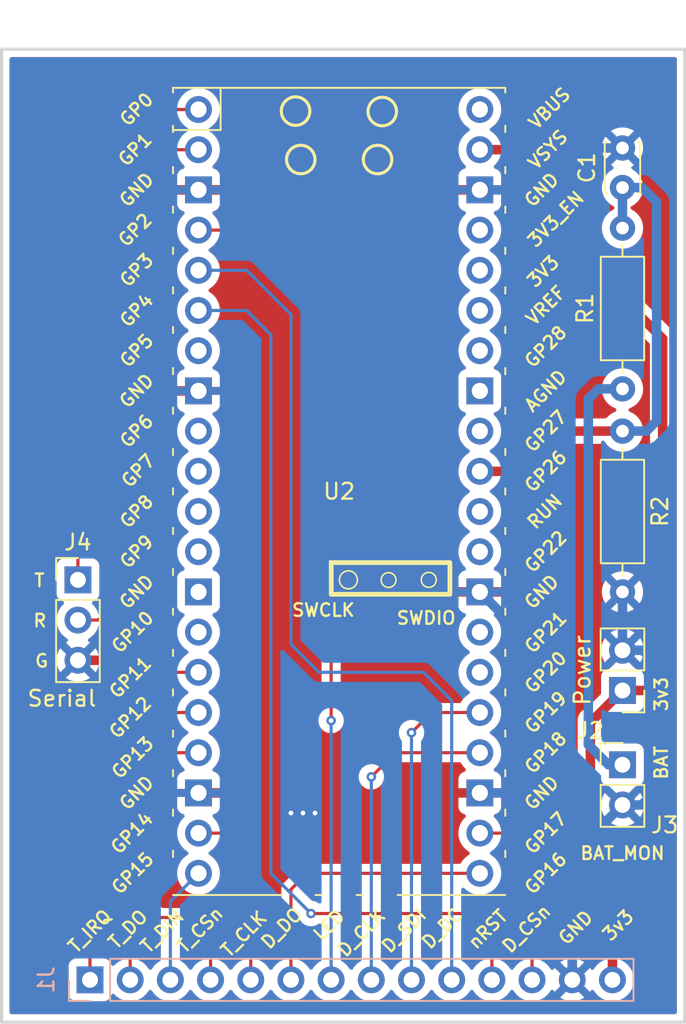
<source format=kicad_pcb>
(kicad_pcb (version 20241229) (generator "pcbnew") (generator_version "9.0")
  (layers (0 "F.Cu" signal) (2 "B.Cu" signal) (13 "F.Paste" user) (15 "B.Paste" user) (5 "F.SilkS" user "F.Silkscreen") (7 "B.SilkS" user "B.Silkscreen") (1 "F.Mask" user) (3 "B.Mask" user) (25 "Edge.Cuts" user))
  (net 0 "")
  (net 1 "/SDI")
  (net 2 "GND")
  (net 3 "/nCS")
  (net 4 "/T_DIN")
  (net 5 "/nRESET")
  (net 6 "/T_IRQ")
  (net 7 "/LED")
  (net 8 "/DC")
  (net 9 "/T_DO")
  (net 10 "/SDO")
  (net 11 "+3.3V")
  (net 12 "/T_CLK")
  (net 13 "/SCK")
  (net 14 "/T_CSn")
  (net 15 "/UART_RX")
  (net 19 "/UART_TX")
  (net 21 "/V_BAT")
  (net 36 "Net-(J3-Pin_1)")
  (footprint "Capacitor_THT:C_Disc_D3.0mm_W2.0mm_P2.50mm" (layer "F.Cu") (at 159.893 70.973 90)
    (property "Reference" "C1" (at 1.25 -2.25 90) (layer "F.SilkS"))
    (property "Value" "0.01 u")
    (fp_line (start 2.87 -1.12) (end 2.87 -0.972) (stroke (width 0.12)) (layer "F.SilkS"))
    (fp_line (start -0.37 -1.12) (end 2.87 -1.12) (stroke (width 0.12)) (layer "F.SilkS"))
    (fp_line (start -0.37 -1.12) (end -0.37 -0.972) (stroke (width 0.12)) (layer "F.SilkS"))
    (fp_line (start 2.87 0.972) (end 2.87 1.12) (stroke (width 0.12)) (layer "F.SilkS"))
    (fp_line (start -0.37 0.972) (end -0.37 1.12) (stroke (width 0.12)) (layer "F.SilkS"))
    (fp_line (start -0.37 1.12) (end 2.87 1.12) (stroke (width 0.12)) (layer "F.SilkS"))
    (pad "1" thru_hole circle (at 0 0 90) (size 1.6 1.6) (drill 0.8) (layers "*.Cu" "*.Mask") (net 21 "/V_BAT"))
    (pad "2" thru_hole circle (at 2.5 0 90) (size 1.6 1.6) (drill 0.8) (layers "*.Cu" "*.Mask") (net 2 "GND"))
  )
  (footprint "RPi_Pico:RPi_PicoW_SMD_TH_CONN" (layer "F.Cu") (at 141.986 90.17)
    (property "Reference" "U2" (at 0 0 0) (layer "F.SilkS"))
    (property "Value" "PicoW")
    (fp_line (start -10.5 -25.5) (end -10.5 -25.2) (stroke (width 0.12)) (layer "F.SilkS"))
    (fp_line (start -10.5 -25.5) (end 10.5 -25.5) (stroke (width 0.12)) (layer "F.SilkS"))
    (fp_line (start -10.5 -23.1) (end -10.5 -22.7) (stroke (width 0.12)) (layer "F.SilkS"))
    (fp_line (start -10.5 -22.833) (end -7.493 -22.833) (stroke (width 0.12)) (layer "F.SilkS"))
    (fp_line (start -10.5 -20.5) (end -10.5 -20.1) (stroke (width 0.12)) (layer "F.SilkS"))
    (fp_line (start -10.5 -18) (end -10.5 -17.6) (stroke (width 0.12)) (layer "F.SilkS"))
    (fp_line (start -10.5 -15.4) (end -10.5 -15) (stroke (width 0.12)) (layer "F.SilkS"))
    (fp_line (start -10.5 -12.9) (end -10.5 -12.5) (stroke (width 0.12)) (layer "F.SilkS"))
    (fp_line (start -10.5 -10.4) (end -10.5 -10) (stroke (width 0.12)) (layer "F.SilkS"))
    (fp_line (start -10.5 -7.8) (end -10.5 -7.4) (stroke (width 0.12)) (layer "F.SilkS"))
    (fp_line (start -10.5 -5.3) (end -10.5 -4.9) (stroke (width 0.12)) (layer "F.SilkS"))
    (fp_line (start -10.5 -2.7) (end -10.5 -2.3) (stroke (width 0.12)) (layer "F.SilkS"))
    (fp_line (start -10.5 -0.2) (end -10.5 0.2) (stroke (width 0.12)) (layer "F.SilkS"))
    (fp_line (start -10.5 2.3) (end -10.5 2.7) (stroke (width 0.12)) (layer "F.SilkS"))
    (fp_line (start -10.5 4.9) (end -10.5 5.3) (stroke (width 0.12)) (layer "F.SilkS"))
    (fp_line (start -10.5 7.4) (end -10.5 7.8) (stroke (width 0.12)) (layer "F.SilkS"))
    (fp_line (start -10.5 10) (end -10.5 10.4) (stroke (width 0.12)) (layer "F.SilkS"))
    (fp_line (start -10.5 12.5) (end -10.5 12.9) (stroke (width 0.12)) (layer "F.SilkS"))
    (fp_line (start -10.5 15.1) (end -10.5 15.5) (stroke (width 0.12)) (layer "F.SilkS"))
    (fp_line (start -10.5 17.6) (end -10.5 18) (stroke (width 0.12)) (layer "F.SilkS"))
    (fp_line (start -10.5 20.1) (end -10.5 20.5) (stroke (width 0.12)) (layer "F.SilkS"))
    (fp_line (start -10.5 22.7) (end -10.5 23.1) (stroke (width 0.12)) (layer "F.SilkS"))
    (fp_line (start -7.493 -22.833) (end -7.493 -25.5) (stroke (width 0.12)) (layer "F.SilkS"))
    (fp_line (start -3.7 25.5) (end -10.5 25.5) (stroke (width 0.12)) (layer "F.SilkS"))
    (fp_line (start -1.5 25.5) (end -1.1 25.5) (stroke (width 0.12)) (layer "F.SilkS"))
    (fp_line (start 1.1 25.5) (end 1.5 25.5) (stroke (width 0.12)) (layer "F.SilkS"))
    (fp_line (start 10.5 -25.5) (end 10.5 -25.2) (stroke (width 0.12)) (layer "F.SilkS"))
    (fp_line (start 10.5 -23.1) (end 10.5 -22.7) (stroke (width 0.12)) (layer "F.SilkS"))
    (fp_line (start 10.5 -20.5) (end 10.5 -20.1) (stroke (width 0.12)) (layer "F.SilkS"))
    (fp_line (start 10.5 -18) (end 10.5 -17.6) (stroke (width 0.12)) (layer "F.SilkS"))
    (fp_line (start 10.5 -15.4) (end 10.5 -15) (stroke (width 0.12)) (layer "F.SilkS"))
    (fp_line (start 10.5 -12.9) (end 10.5 -12.5) (stroke (width 0.12)) (layer "F.SilkS"))
    (fp_line (start 10.5 -10.4) (end 10.5 -10) (stroke (width 0.12)) (layer "F.SilkS"))
    (fp_line (start 10.5 -7.8) (end 10.5 -7.4) (stroke (width 0.12)) (layer "F.SilkS"))
    (fp_line (start 10.5 -5.3) (end 10.5 -4.9) (stroke (width 0.12)) (layer "F.SilkS"))
    (fp_line (start 10.5 -2.7) (end 10.5 -2.3) (stroke (width 0.12)) (layer "F.SilkS"))
    (fp_line (start 10.5 -0.2) (end 10.5 0.2) (stroke (width 0.12)) (layer "F.SilkS"))
    (fp_line (start 10.5 2.3) (end 10.5 2.7) (stroke (width 0.12)) (layer "F.SilkS"))
    (fp_line (start 10.5 4.9) (end 10.5 5.3) (stroke (width 0.12)) (layer "F.SilkS"))
    (fp_line (start 10.5 7.4) (end 10.5 7.8) (stroke (width 0.12)) (layer "F.SilkS"))
    (fp_line (start 10.5 10) (end 10.5 10.4) (stroke (width 0.12)) (layer "F.SilkS"))
    (fp_line (start 10.5 12.5) (end 10.5 12.9) (stroke (width 0.12)) (layer "F.SilkS"))
    (fp_line (start 10.5 15.1) (end 10.5 15.5) (stroke (width 0.12)) (layer "F.SilkS"))
    (fp_line (start 10.5 17.6) (end 10.5 18) (stroke (width 0.12)) (layer "F.SilkS"))
    (fp_line (start 10.5 20.1) (end 10.5 20.5) (stroke (width 0.12)) (layer "F.SilkS"))
    (fp_line (start 10.5 22.7) (end 10.5 23.1) (stroke (width 0.12)) (layer "F.SilkS"))
    (fp_line (start 10.5 25.5) (end 3.7 25.5) (stroke (width 0.12)) (layer "F.SilkS"))
    (fp_rect (start -0.5 4.5) (end 7 6.5) (stroke (width 0.3)) (fill no) (layer "F.SilkS"))
    (fp_circle (center -2.7542 -24.0284) (end -2.7542 -23.1284) (stroke (width 0.2)) (fill no) (layer "F.SilkS"))
    (fp_circle (center -2.425 -20.97) (end -2.425 -20.07) (stroke (width 0.2)) (fill no) (layer "F.SilkS"))
    (fp_circle (center 0.5842 5.588) (end 1.0922 5.842) (stroke (width 0.1)) (fill no) (layer "F.SilkS"))
    (fp_circle (center 2.4274 -20.97) (end 2.4274 -20.07) (stroke (width 0.2)) (fill no) (layer "F.SilkS"))
    (fp_circle (center 2.725 -24) (end 2.725 -23.1) (stroke (width 0.2)) (fill no) (layer "F.SilkS"))
    (fp_circle (center 3.1242 5.599222) (end 3.3794 5.992022) (stroke (width 0.1)) (fill no) (layer "F.SilkS"))
    (fp_circle (center 5.6642 5.588) (end 6.0452 5.8674) (stroke (width 0.1)) (fill no) (layer "F.SilkS"))
    (fp_text user "GP9" (at -12.8 3.81 45) (layer "F.SilkS") (effects (font (size 0.8 0.8))))
    (fp_text user "GP4" (at -12.8 -11.43 45) (layer "F.SilkS") (effects (font (size 0.8 0.8))))
    (fp_text user "GP22" (at 13.054 3.81 45) (layer "F.SilkS") (effects (font (size 0.8 0.8))))
    (fp_text user "GP21" (at 13.054 8.9 45) (layer "F.SilkS") (effects (font (size 0.8 0.8))))
    (fp_text user "VBUS" (at 13.3 -24.2 45) (layer "F.SilkS") (effects (font (size 0.8 0.8))))
    (fp_text user "GP2" (at -12.9 -16.51 45) (layer "F.SilkS") (effects (font (size 0.8 0.8))))
    (fp_text user "SWCLK" (at -1 7.5 0) (layer "F.SilkS") (effects (font (size 0.8 0.8))))
    (fp_text user "GP12" (at -13.2 14.2925 45) (layer "F.SilkS") (effects (font (size 0.8 0.8))))
    (fp_text user "GP19" (at 13.054 13.97 45) (layer "F.SilkS") (effects (font (size 0.8 0.8))))
    (fp_text user "GP14" (at -13.1 21.59 45) (layer "F.SilkS") (effects (font (size 0.8 0.8))))
    (fp_text user "GP6" (at -12.8 -3.81 45) (layer "F.SilkS") (effects (font (size 0.8 0.8))))
    (fp_text user "3V3" (at 12.9 -13.9 45) (layer "F.SilkS") (effects (font (size 0.8 0.8))))
    (fp_text user "GND" (at 12.8 6.35 45) (layer "F.SilkS") (effects (font (size 0.8 0.8))))
    (fp_text user "GP0" (at -12.8 -24.13 45) (layer "F.SilkS") (effects (font (size 0.8 0.8))))
    (fp_text user "GND" (at -12.8 -19.05 45) (layer "F.SilkS") (effects (font (size 0.8 0.8))))
    (fp_text user "RUN" (at 13 1.27 45) (layer "F.SilkS") (effects (font (size 0.8 0.8))))
    (fp_text user "GP7" (at -12.7 -1.3 45) (layer "F.SilkS") (effects (font (size 0.8 0.8))))
    (fp_text user "GND" (at 12.8 19.05 45) (layer "F.SilkS") (effects (font (size 0.8 0.8))))
    (fp_text user "SWDIO" (at 5.5 8 0) (layer "F.SilkS") (effects (font (size 0.8 0.8))))
    (fp_text user "AGND" (at 13.054 -6.35 45) (layer "F.SilkS") (effects (font (size 0.8 0.8))))
    (fp_text user "GP18" (at 13.054 16.51 45) (layer "F.SilkS") (effects (font (size 0.8 0.8))))
    (fp_text user "VSYS" (at 13.2 -21.59 45) (layer "F.SilkS") (effects (font (size 0.8 0.8))))
    (fp_text user "GP20" (at 13.054 11.43 45) (layer "F.SilkS") (effects (font (size 0.8 0.8))))
    (fp_text user "GP26" (at 13.054 -1.27 45) (layer "F.SilkS") (effects (font (size 0.8 0.8))))
    (fp_text user "GND" (at -12.8 -6.35 45) (layer "F.SilkS") (effects (font (size 0.8 0.8))))
    (fp_text user "GP1" (at -12.9 -21.6 45) (layer "F.SilkS") (effects (font (size 0.8 0.8))))
    (fp_text user "GP13" (at -13.054 16.8325 45) (layer "F.SilkS") (effects (font (size 0.8 0.8))))
    (fp_text user "GP3" (at -12.8 -13.97 45) (layer "F.SilkS") (effects (font (size 0.8 0.8))))
    (fp_text user "GP16" (at 13.054 24.13 45) (layer "F.SilkS") (effects (font (size 0.8 0.8))))
    (fp_text user "GP28" (at 13.054 -9.144 45) (layer "F.SilkS") (effects (font (size 0.8 0.8))))
    (fp_text user "3V3_EN" (at 13.7 -17.2 45) (layer "F.SilkS") (effects (font (size 0.8 0.8))))
    (fp_text user "GP5" (at -12.8 -8.89 45) (layer "F.SilkS") (effects (font (size 0.8 0.8))))
    (fp_text user "GP17" (at 13.054 21.59 45) (layer "F.SilkS") (effects (font (size 0.8 0.8))))
    (fp_text user "GP15" (at -13.054 24.13 45) (layer "F.SilkS") (effects (font (size 0.8 0.8))))
    (fp_text user "GND" (at 12.8 -19.05 45) (layer "F.SilkS") (effects (font (size 0.8 0.8))))
    (fp_text user "GND" (at -12.8 19.05 45) (layer "F.SilkS") (effects (font (size 0.8 0.8))))
    (fp_text user "GND" (at -12.8 6.35 45) (layer "F.SilkS") (effects (font (size 0.8 0.8))))
    (fp_text user "GP11" (at -13.2 11.7525 45) (layer "F.SilkS") (effects (font (size 0.8 0.8))))
    (fp_text user "GP27" (at 13.054 -3.8 45) (layer "F.SilkS") (effects (font (size 0.8 0.8))))
    (fp_text user "VREF" (at 13.0675 -11.7425 45) (layer "F.SilkS") (effects (font (size 0.8 0.8))))
    (fp_text user "GP8" (at -12.8 1.27 45) (layer "F.SilkS") (effects (font (size 0.8 0.8))))
    (fp_text user "GP10" (at -13.054 8.89 45) (layer "F.SilkS") (effects (font (size 0.8 0.8))))
    (pad "1" thru_hole oval (at -8.89 -24.13) (size 1.7 1.7) (drill 1.02) (layers "*.Cu" "*.Mask") (net 19 "/UART_TX"))
    (pad "2" thru_hole oval (at -8.89 -21.59) (size 1.7 1.7) (drill 1.02) (layers "*.Cu" "*.Mask") (net 15 "/UART_RX"))
    (pad "3" thru_hole rect (at -8.89 -19.05) (size 1.7 1.7) (drill 1.02) (layers "*.Cu" "*.Mask") (net 2 "GND"))
    (pad "4" thru_hole oval (at -8.89 -16.51) (size 1.7 1.7) (drill 1.02) (layers "*.Cu" "*.Mask") (net 7 "/LED"))
    (pad "5" thru_hole oval (at -8.89 -13.97) (size 1.7 1.7) (drill 1.02) (layers "*.Cu" "*.Mask") (net 8 "/DC"))
    (pad "6" thru_hole oval (at -8.89 -11.43) (size 1.7 1.7) (drill 1.02) (layers "*.Cu" "*.Mask") (net 5 "/nRESET"))
    (pad "7" thru_hole oval (at -8.89 -8.89) (size 1.7 1.7) (drill 1.02) (layers "*.Cu" "*.Mask"))
    (pad "8" thru_hole rect (at -8.89 -6.35) (size 1.7 1.7) (drill 1.02) (layers "*.Cu" "*.Mask") (net 2 "GND"))
    (pad "9" thru_hole oval (at -8.89 -3.81) (size 1.7 1.7) (drill 1.02) (layers "*.Cu" "*.Mask"))
    (pad "10" thru_hole oval (at -8.89 -1.27) (size 1.7 1.7) (drill 1.02) (layers "*.Cu" "*.Mask"))
    (pad "11" thru_hole oval (at -8.89 1.27) (size 1.7 1.7) (drill 1.02) (layers "*.Cu" "*.Mask"))
    (pad "12" thru_hole oval (at -8.89 3.81) (size 1.7 1.7) (drill 1.02) (layers "*.Cu" "*.Mask"))
    (pad "13" thru_hole rect (at -8.89 6.35) (size 1.7 1.7) (drill 1.02) (layers "*.Cu" "*.Mask"))
    (pad "14" thru_hole oval (at -8.89 8.89) (size 1.7 1.7) (drill 1.02) (layers "*.Cu" "*.Mask"))
    (pad "15" thru_hole oval (at -8.89 11.43) (size 1.7 1.7) (drill 1.02) (layers "*.Cu" "*.Mask") (net 6 "/T_IRQ"))
    (pad "16" thru_hole oval (at -8.89 13.97) (size 1.7 1.7) (drill 1.02) (layers "*.Cu" "*.Mask") (net 9 "/T_DO"))
    (pad "17" thru_hole oval (at -8.89 16.51) (size 1.7 1.7) (drill 1.02) (layers "*.Cu" "*.Mask") (net 14 "/T_CSn"))
    (pad "18" thru_hole rect (at -8.89 19.05) (size 1.7 1.7) (drill 1.02) (layers "*.Cu" "*.Mask") (net 2 "GND"))
    (pad "19" thru_hole oval (at -8.89 21.59) (size 1.7 1.7) (drill 1.02) (layers "*.Cu" "*.Mask") (net 12 "/T_CLK"))
    (pad "20" thru_hole oval (at -8.89 24.13) (size 1.7 1.7) (drill 1.02) (layers "*.Cu" "*.Mask") (net 4 "/T_DIN"))
    (pad "21" thru_hole oval (at 8.89 24.13) (size 1.7 1.7) (drill 1.02) (layers "*.Cu" "*.Mask") (net 10 "/SDO"))
    (pad "22" thru_hole oval (at 8.89 21.59) (size 1.7 1.7) (drill 1.02) (layers "*.Cu" "*.Mask") (net 3 "/nCS"))
    (pad "23" thru_hole rect (at 8.89 19.05) (size 1.7 1.7) (drill 1.02) (layers "*.Cu" "*.Mask") (net 2 "GND"))
    (pad "24" thru_hole oval (at 8.89 16.51) (size 1.7 1.7) (drill 1.02) (layers "*.Cu" "*.Mask") (net 13 "/SCK"))
    (pad "25" thru_hole oval (at 8.89 13.97) (size 1.7 1.7) (drill 1.02) (layers "*.Cu" "*.Mask") (net 1 "/SDI"))
    (pad "26" thru_hole oval (at 8.89 11.43) (size 1.7 1.7) (drill 1.02) (layers "*.Cu" "*.Mask"))
    (pad "27" thru_hole oval (at 8.89 8.89) (size 1.7 1.7) (drill 1.02) (layers "*.Cu" "*.Mask"))
    (pad "28" thru_hole rect (at 8.89 6.35) (size 1.7 1.7) (drill 1.02) (layers "*.Cu" "*.Mask") (net 2 "GND"))
    (pad "29" thru_hole oval (at 8.89 3.81) (size 1.7 1.7) (drill 1.02) (layers "*.Cu" "*.Mask"))
    (pad "30" thru_hole oval (at 8.89 1.27) (size 1.7 1.7) (drill 1.02) (layers "*.Cu" "*.Mask"))
    (pad "31" thru_hole oval (at 8.89 -1.27) (size 1.7 1.7) (drill 1.02) (layers "*.Cu" "*.Mask") (net 21 "/V_BAT"))
    (pad "32" thru_hole oval (at 8.89 -3.81) (size 1.7 1.7) (drill 1.02) (layers "*.Cu" "*.Mask"))
    (pad "33" thru_hole rect (at 8.89 -6.35) (size 1.7 1.7) (drill 1.02) (layers "*.Cu" "*.Mask"))
    (pad "34" thru_hole oval (at 8.89 -8.89) (size 1.7 1.7) (drill 1.02) (layers "*.Cu" "*.Mask"))
    (pad "35" thru_hole oval (at 8.89 -11.43) (size 1.7 1.7) (drill 1.02) (layers "*.Cu" "*.Mask"))
    (pad "36" thru_hole oval (at 8.89 -13.97) (size 1.7 1.7) (drill 1.02) (layers "*.Cu" "*.Mask"))
    (pad "37" thru_hole oval (at 8.89 -16.51) (size 1.7 1.7) (drill 1.02) (layers "*.Cu" "*.Mask"))
    (pad "38" thru_hole rect (at 8.89 -19.05) (size 1.7 1.7) (drill 1.02) (layers "*.Cu" "*.Mask") (net 2 "GND"))
    (pad "39" thru_hole oval (at 8.89 -21.59) (size 1.7 1.7) (drill 1.02) (layers "*.Cu" "*.Mask") (net 11 "+3.3V"))
    (pad "40" thru_hole oval (at 8.89 -24.13) (size 1.7 1.7) (drill 1.02) (layers "*.Cu" "*.Mask"))
  )
  (footprint "Resistor_THT:R_Axial_DIN0207_L6.3mm_D2.5mm_P10.16mm_Horizontal" (layer "F.Cu") (at 159.893 86.36 -90)
    (property "Reference" "R2" (at 5.08 -2.37 90) (layer "F.SilkS"))
    (property "Value" "R")
    (fp_line (start 1.04 0) (end 1.81 0) (stroke (width 0.12)) (layer "F.SilkS"))
    (fp_line (start 9.12 0) (end 8.35 0) (stroke (width 0.12)) (layer "F.SilkS"))
    (fp_rect (start 1.81 -1.37) (end 8.35 1.37) (stroke (width 0.12)) (fill no) (layer "F.SilkS"))
    (pad "1" thru_hole circle (at 0 0 270) (size 1.6 1.6) (drill 0.8) (layers "*.Cu" "*.Mask") (net 21 "/V_BAT"))
    (pad "2" thru_hole circle (at 10.16 0 270) (size 1.6 1.6) (drill 0.8) (layers "*.Cu" "*.Mask") (net 2 "GND"))
  )
  (footprint "Connector_PinHeader_2.54mm:PinHeader_1x02_P2.54mm_Vertical" (layer "F.Cu") (at 159.893 107.442)
    (property "Reference" "J3" (at 2.667 3.81 0) (layer "F.SilkS"))
    (property "Value" "BAT_MON" (at 0 5.588 180) (layer "F.SilkS") (effects (font (size 0.8 0.8))))
    (fp_line (start -1.38 -1.38) (end 0 -1.38) (stroke (width 0.12)) (layer "F.SilkS"))
    (fp_line (start -1.38 0) (end -1.38 -1.38) (stroke (width 0.12)) (layer "F.SilkS"))
    (fp_line (start -1.38 1.27) (end -1.38 3.92) (stroke (width 0.12)) (layer "F.SilkS"))
    (fp_line (start -1.38 1.27) (end 1.38 1.27) (stroke (width 0.12)) (layer "F.SilkS"))
    (fp_line (start -1.38 3.92) (end 1.38 3.92) (stroke (width 0.12)) (layer "F.SilkS"))
    (fp_line (start 1.38 1.27) (end 1.38 3.92) (stroke (width 0.12)) (layer "F.SilkS"))
    (pad "1" thru_hole rect (at 0 0) (size 1.7 1.7) (drill 1) (layers "*.Cu" "*.Mask") (net 36 "Net-(J3-Pin_1)"))
    (pad "2" thru_hole circle (at 0 2.54) (size 1.7 1.7) (drill 1) (layers "*.Cu" "*.Mask") (net 2 "GND"))
  )
  (footprint "Connector_PinHeader_2.54mm:PinHeader_1x03_P2.54mm_Vertical" (layer "F.Cu") (at 125.476 95.758)
    (property "Reference" "J4" (at 0 -2.38 0) (layer "F.SilkS"))
    (property "Value" "Serial" (at -1.016 7.493 0) (layer "F.SilkS"))
    (fp_line (start -1.38 -1.38) (end 0 -1.38) (stroke (width 0.12)) (layer "F.SilkS"))
    (fp_line (start -1.38 0) (end -1.38 -1.38) (stroke (width 0.12)) (layer "F.SilkS"))
    (fp_line (start -1.38 1.27) (end -1.38 6.46) (stroke (width 0.12)) (layer "F.SilkS"))
    (fp_line (start -1.38 1.27) (end 1.38 1.27) (stroke (width 0.12)) (layer "F.SilkS"))
    (fp_line (start -1.38 6.46) (end 1.38 6.46) (stroke (width 0.12)) (layer "F.SilkS"))
    (fp_line (start 1.38 1.27) (end 1.38 6.46) (stroke (width 0.12)) (layer "F.SilkS"))
    (pad "1" thru_hole rect (at 0 0) (size 1.7 1.7) (drill 1) (layers "*.Cu" "*.Mask") (net 19 "/UART_TX"))
    (pad "2" thru_hole circle (at 0 2.54) (size 1.7 1.7) (drill 1) (layers "*.Cu" "*.Mask") (net 15 "/UART_RX"))
    (pad "3" thru_hole circle (at 0 5.08) (size 1.7 1.7) (drill 1) (layers "*.Cu" "*.Mask") (net 2 "GND"))
  )
  (footprint "Connector_PinHeader_2.54mm:PinHeader_1x02_P2.54mm_Vertical" (layer "F.Cu") (at 159.893 102.748 180)
    (property "Reference" "J2" (at 2.032 -2.54 0) (layer "F.SilkS"))
    (property "Value" "Power" (at 2.54 1.275 90) (layer "F.SilkS"))
    (fp_line (start 1.38 1.27) (end 1.38 3.92) (stroke (width 0.12)) (layer "F.SilkS"))
    (fp_line (start -1.38 3.92) (end 1.38 3.92) (stroke (width 0.12)) (layer "F.SilkS"))
    (fp_line (start -1.38 1.27) (end 1.38 1.27) (stroke (width 0.12)) (layer "F.SilkS"))
    (fp_line (start -1.38 1.27) (end -1.38 3.92) (stroke (width 0.12)) (layer "F.SilkS"))
    (fp_line (start -1.38 0) (end -1.38 -1.38) (stroke (width 0.12)) (layer "F.SilkS"))
    (fp_line (start -1.38 -1.38) (end 0 -1.38) (stroke (width 0.12)) (layer "F.SilkS"))
    (pad "1" thru_hole rect (at 0 0 180) (size 1.7 1.7) (drill 1) (layers "*.Cu" "*.Mask") (net 11 "+3.3V"))
    (pad "2" thru_hole circle (at 0 2.54 180) (size 1.7 1.7) (drill 1) (layers "*.Cu" "*.Mask") (net 2 "GND"))
  )
  (footprint "Resistor_THT:R_Axial_DIN0207_L6.3mm_D2.5mm_P10.16mm_Horizontal" (layer "F.Cu") (at 159.893 83.693 90)
    (property "Reference" "R1" (at 5.08 -2.37 90) (layer "F.SilkS"))
    (property "Value" "10k")
    (fp_line (start 9.12 0) (end 8.35 0) (stroke (width 0.12)) (layer "F.SilkS"))
    (fp_line (start 1.04 0) (end 1.81 0) (stroke (width 0.12)) (layer "F.SilkS"))
    (fp_rect (start 1.81 -1.37) (end 8.35 1.37) (stroke (width 0.12)) (fill no) (layer "F.SilkS"))
    (pad "1" thru_hole circle (at 0 0 90) (size 1.6 1.6) (drill 0.8) (layers "*.Cu" "*.Mask") (net 36 "Net-(J3-Pin_1)"))
    (pad "2" thru_hole circle (at 10.16 0 90) (size 1.6 1.6) (drill 0.8) (layers "*.Cu" "*.Mask") (net 21 "/V_BAT"))
  )
  (footprint "Connector_PinSocket_2.54mm:PinSocket_1x14_P2.54mm_Vertical" (layer "B.Cu") (at 126.238 121.031 -90)
    (property "Reference" "J1" (at 0 2.77 90) (layer "B.SilkS") (effects (justify mirror)))
    (property "Value" "LCD_CONN")
    (fp_line (start 0 1.33) (end 1.33 1.33) (stroke (width 0.12)) (layer "B.SilkS"))
    (fp_line (start 1.33 1.33) (end 1.33 0) (stroke (width 0.12)) (layer "B.SilkS"))
    (fp_line (start -1.33 -1.27) (end 1.33 -1.27) (stroke (width 0.12)) (layer "B.SilkS"))
    (fp_line (start -1.33 -1.27) (end -1.33 -34.35) (stroke (width 0.12)) (layer "B.SilkS"))
    (fp_line (start 1.33 -1.27) (end 1.33 -34.35) (stroke (width 0.12)) (layer "B.SilkS"))
    (fp_line (start -1.33 -34.35) (end 1.33 -34.35) (stroke (width 0.12)) (layer "B.SilkS"))
    (pad "1" thru_hole rect (at 0 0 270) (size 1.7 1.7) (drill 1) (layers "*.Cu" "*.Mask") (net 6 "/T_IRQ"))
    (pad "2" thru_hole circle (at 0 -2.54 270) (size 1.7 1.7) (drill 1) (layers "*.Cu" "*.Mask") (net 9 "/T_DO"))
    (pad "3" thru_hole circle (at 0 -5.08 270) (size 1.7 1.7) (drill 1) (layers "*.Cu" "*.Mask") (net 4 "/T_DIN"))
    (pad "4" thru_hole circle (at 0 -7.62 270) (size 1.7 1.7) (drill 1) (layers "*.Cu" "*.Mask") (net 14 "/T_CSn"))
    (pad "5" thru_hole circle (at 0 -10.16 270) (size 1.7 1.7) (drill 1) (layers "*.Cu" "*.Mask") (net 12 "/T_CLK"))
    (pad "6" thru_hole circle (at 0 -12.7 270) (size 1.7 1.7) (drill 1) (layers "*.Cu" "*.Mask") (net 10 "/SDO"))
    (pad "7" thru_hole circle (at 0 -15.24 270) (size 1.7 1.7) (drill 1) (layers "*.Cu" "*.Mask") (net 7 "/LED"))
    (pad "8" thru_hole circle (at 0 -17.78 270) (size 1.7 1.7) (drill 1) (layers "*.Cu" "*.Mask") (net 13 "/SCK"))
    (pad "9" thru_hole circle (at 0 -20.32 270) (size 1.7 1.7) (drill 1) (layers "*.Cu" "*.Mask") (net 1 "/SDI"))
    (pad "10" thru_hole circle (at 0 -22.86 270) (size 1.7 1.7) (drill 1) (layers "*.Cu" "*.Mask") (net 8 "/DC"))
    (pad "11" thru_hole circle (at 0 -25.4 270) (size 1.7 1.7) (drill 1) (layers "*.Cu" "*.Mask") (net 5 "/nRESET"))
    (pad "12" thru_hole circle (at 0 -27.94 270) (size 1.7 1.7) (drill 1) (layers "*.Cu" "*.Mask") (net 3 "/nCS"))
    (pad "13" thru_hole circle (at 0 -30.48 270) (size 1.7 1.7) (drill 1) (layers "*.Cu" "*.Mask") (net 2 "GND"))
    (pad "14" thru_hole circle (at 0 -33.02 270) (size 1.7 1.7) (drill 1) (layers "*.Cu" "*.Mask") (net 11 "+3.3V"))
  )
  (gr_rect (start 120.65 62.23) (end 163.83 123.698) (stroke (width 0.2)) (fill no) (layer "Edge.Cuts"))
  (gr_text "BAT" (at 162.814 108.458 90) (layer "F.SilkS") (effects (font (size 0.8 0.8) (thickness 0.15) (bold yes)) (justify left bottom)))
  (gr_text "nRST" (at 150.622 119.253 45) (layer "F.SilkS") (effects (font (size 0.8 0.8)) (justify left bottom)))
  (gr_text "D_CLK\n" (at 142.367 119.761 45) (layer "F.SilkS") (effects (font (size 0.8 0.8)) (justify left bottom)))
  (gr_text "T_DIN\n" (at 129.921 119.507 45) (layer "F.SilkS") (effects (font (size 0.8 0.8)) (justify left bottom)))
  (gr_text "T_CSn" (at 132.207 119.507 45) (layer "F.SilkS") (effects (font (size 0.8 0.8)) (justify left bottom)))
  (gr_text "D_DC" (at 147.701 119.253 45) (layer "F.SilkS") (effects (font (size 0.8 0.8)) (justify left bottom)))
  (gr_text "3v3\n" (at 159.131 118.745 45) (layer "F.SilkS") (effects (font (size 0.8 0.8)) (justify left bottom)))
  (gr_text "D_SDI" (at 145.161 119.507 45) (layer "F.SilkS") (effects (font (size 0.8 0.8)) (justify left bottom)))
  (gr_text "D_DO" (at 137.541 119.253 45) (layer "F.SilkS") (effects (font (size 0.8 0.8)) (justify left bottom)))
  (gr_text "G" (at 122.682 101.346 0) (layer "F.SilkS") (effects (font (size 0.8 0.8) (thickness 0.15) (bold yes)) (justify left bottom)))
  (gr_text "D_CSn" (at 152.781 119.507 45) (layer "F.SilkS") (effects (font (size 0.8 0.8)) (justify left bottom)))
  (gr_text "R" (at 123.571 98.806 0) (layer "F.SilkS") (effects (font (size 0.8 0.8) (thickness 0.15) (bold yes)) (justify right bottom)))
  (gr_text "3v3" (at 162.814 104.14 90) (layer "F.SilkS") (effects (font (size 0.8 0.8) (thickness 0.15) (bold yes)) (justify left bottom)))
  (gr_text "T_DO" (at 127.889 119.253 45) (layer "F.SilkS") (effects (font (size 0.8 0.8)) (justify left bottom)))
  (gr_text "T" (at 123.444 96.266 0) (layer "F.SilkS") (effects (font (size 0.8 0.8) (thickness 0.15) (bold yes)) (justify left bottom mirror)))
  (gr_text "T_IRQ" (at 125.349 119.507 45) (layer "F.SilkS") (effects (font (size 0.8 0.8)) (justify left bottom)))
  (gr_text "LED" (at 140.843 118.745 45) (layer "F.SilkS") (effects (font (size 0.8 0.8)) (justify left bottom)))
  (gr_text "GND" (at 156.337 118.999 45) (layer "F.SilkS") (effects (font (size 0.8 0.8)) (justify left bottom)))
  (gr_text "T_CLK\n" (at 135.001 119.761 45) (layer "F.SilkS") (effects (font (size 0.8 0.8)) (justify left bottom)))
  (segment (start 146.558 105.41) (end 147.828 104.14) (width 0.2) (layer "F.Cu") (net 1))
  (segment (start 147.828 104.14) (end 150.876 104.14) (width 0.2) (layer "F.Cu") (net 1))
  (via (at 146.558 105.41) (size 0.6) (drill 0.3) (layers "F.Cu" "B.Cu") (net 1))
  (segment (start 146.558 121.031) (end 146.558 105.41) (width 0.2) (layer "B.Cu") (net 1))
  (segment (start 149.225 96.52) (end 148.717 96.012) (width 0.6) (layer "F.Cu") (net 2))
  (segment (start 129.413 99.568) (end 129.413 85.217) (width 0.6) (layer "F.Cu") (net 2))
  (segment (start 133.096 109.22) (end 137.16 109.22) (width 0.6) (layer "F.Cu") (net 2))
  (segment (start 148.717 71.755) (end 149.352 71.12) (width 0.6) (layer "F.Cu") (net 2))
  (segment (start 149.352 71.12) (end 133.096 71.12) (width 0.6) (layer "F.Cu") (net 2))
  (segment (start 140.462 110.49) (end 147.32 110.49) (width 0.6) (layer "F.Cu") (net 2))
  (segment (start 133.096 83.82) (end 130.81 83.82) (width 0.6) (layer "F.Cu") (net 2))
  (segment (start 138.43 110.49) (end 139.446 110.49) (width 0.6) (layer "F.Cu") (net 2))
  (segment (start 153.67 96.52) (end 150.876 96.52) (width 0.6) (layer "F.Cu") (net 2))
  (segment (start 129.54 82.55) (end 129.54 72.39) (width 0.6) (layer "F.Cu") (net 2))
  (segment (start 148.59 109.22) (end 150.876 109.22) (width 0.6) (layer "F.Cu") (net 2))
  (segment (start 156.21 107.95) (end 154.94 109.22) (width 0.6) (layer "F.Cu") (net 2))
  (segment (start 125.476 100.838) (end 128.143 100.838) (width 0.6) (layer "F.Cu") (net 2))
  (segment (start 128.143 100.838) (end 129.413 99.568) (width 0.6) (layer "F.Cu") (net 2))
  (segment (start 154.94 109.22) (end 150.876 109.22) (width 0.6) (layer "F.Cu") (net 2))
  (segment (start 156.21 93.98) (end 153.67 96.52) (width 0.6) (layer "F.Cu") (net 2))
  (segment (start 129.54 72.39) (end 130.81 71.12) (width 0.6) (layer "F.Cu") (net 2))
  (segment (start 130.81 83.82) (end 129.413 85.217) (width 0.6) (layer "F.Cu") (net 2))
  (segment (start 148.717 96.012) (end 148.717 71.755) (width 0.6) (layer "F.Cu") (net 2))
  (segment (start 150.876 96.52) (end 149.225 96.52) (width 0.6) (layer "F.Cu") (net 2))
  (segment (start 137.16 109.22) (end 138.43 110.49) (width 0.6) (layer "F.Cu") (net 2))
  (segment (start 130.81 83.82) (end 129.54 82.55) (width 0.6) (layer "F.Cu") (net 2))
  (segment (start 156.21 93.98) (end 156.21 107.95) (width 0.6) (layer "F.Cu") (net 2))
  (segment (start 139.446 110.49) (end 140.462 110.49) (width 0.6) (layer "F.Cu") (net 2))
  (segment (start 150.876 71.12) (end 149.352 71.12) (width 0.6) (layer "F.Cu") (net 2))
  (segment (start 147.32 110.49) (end 148.59 109.22) (width 0.6) (layer "F.Cu") (net 2))
  (segment (start 130.81 71.12) (end 133.096 71.12) (width 0.6) (layer "F.Cu") (net 2))
  (via (at 140.462 110.49) (size 0.6) (drill 0.3) (layers "F.Cu" "B.Cu") (net 2))
  (via (at 138.938 110.49) (size 0.6) (drill 0.3) (layers "F.Cu" "B.Cu") (net 2))
  (via (at 139.7 110.49) (size 0.6) (drill 0.3) (layers "F.Cu" "B.Cu") (net 2))
  (segment (start 162.302 108.775081) (end 162.302 101.346) (width 0.6) (layer "B.Cu") (net 2))
  (segment (start 159.898 100.203) (end 159.893 100.208) (width 0.6) (layer "B.Cu") (net 2))
  (segment (start 153.924 71.12) (end 150.876 71.12) (width 0.6) (layer "B.Cu") (net 2))
  (segment (start 156.718 121.031) (end 156.718 117.602) (width 0.6) (layer "B.Cu") (net 2))
  (segment (start 159.893 109.982) (end 161.095081 109.982) (width 0.6) (layer "B.Cu") (net 2))
  (segment (start 156.718 113.157) (end 156.718 121.031) (width 0.6) (layer "B.Cu") (net 2))
  (segment (start 159.893 100.208) (end 159.893 96.52) (width 0.6) (layer "B.Cu") (net 2))
  (segment (start 150.876 109.22) (end 156.21 109.22) (width 0.6) (layer "B.Cu") (net 2))
  (segment (start 162.302 101.346) (end 161.159 100.203) (width 0.6) (layer "B.Cu") (net 2))
  (segment (start 156.21 101.854) (end 156.21 109.22) (width 0.6) (layer "B.Cu") (net 2))
  (segment (start 159.893 109.982) (end 156.718 113.157) (width 0.6) (layer "B.Cu") (net 2))
  (segment (start 156.718 113.157) (end 156.718 109.728) (width 0.6) (layer "B.Cu") (net 2))
  (segment (start 150.876 96.52) (end 156.21 101.854) (width 0.6) (layer "B.Cu") (net 2))
  (segment (start 161.095081 109.982) (end 162.302 108.775081) (width 0.6) (layer "B.Cu") (net 2))
  (segment (start 161.159 100.203) (end 159.898 100.203) (width 0.6) (layer "B.Cu") (net 2))
  (segment (start 156.571 68.473) (end 153.924 71.12) (width 0.6) (layer "B.Cu") (net 2))
  (segment (start 156.718 109.728) (end 156.21 109.22) (width 0.6) (layer "B.Cu") (net 2))
  (segment (start 159.893 68.473) (end 156.571 68.473) (width 0.6) (layer "B.Cu") (net 2))
  (segment (start 152.438 111.76) (end 150.876 111.76) (width 0.2) (layer "F.Cu") (net 3))
  (segment (start 154.178 121.031) (end 154.178 113.5) (width 0.2) (layer "F.Cu") (net 3))
  (segment (start 154.178 113.5) (end 152.438 111.76) (width 0.2) (layer "F.Cu") (net 3))
  (segment (start 131.318 121.031) (end 131.318 116.078) (width 0.2) (layer "B.Cu") (net 4))
  (segment (start 131.318 116.078) (end 133.096 114.3) (width 0.2) (layer "B.Cu") (net 4))
  (segment (start 150.114 116.84) (end 140.208 116.84) (width 0.2) (layer "F.Cu") (net 5))
  (segment (start 151.638 118.364) (end 150.114 116.84) (width 0.2) (layer "F.Cu") (net 5))
  (segment (start 151.638 121.031) (end 151.638 118.364) (width 0.2) (layer "F.Cu") (net 5))
  (via (at 140.208 116.84) (size 0.6) (drill 0.3) (layers "F.Cu" "B.Cu") (net 5))
  (segment (start 136.144 78.74) (end 133.096 78.74) (width 0.2) (layer "B.Cu") (net 5))
  (segment (start 137.668 80.264) (end 136.144 78.74) (width 0.2) (layer "B.Cu") (net 5))
  (segment (start 140.208 116.84) (end 137.668 114.3) (width 0.2) (layer "B.Cu") (net 5))
  (segment (start 137.668 114.3) (end 137.668 80.264) (width 0.2) (layer "B.Cu") (net 5))
  (segment (start 126.238 121.031) (end 126.238 106.426) (width 0.2) (layer "F.Cu") (net 6))
  (segment (start 131.064 101.6) (end 133.096 101.6) (width 0.2) (layer "F.Cu") (net 6))
  (segment (start 126.238 106.426) (end 131.064 101.6) (width 0.2) (layer "F.Cu") (net 6))
  (segment (start 135.89 73.66) (end 141.478 79.248) (width 0.2) (layer "F.Cu") (net 7))
  (segment (start 141.478 79.248) (end 141.478 104.648) (width 0.2) (layer "F.Cu") (net 7))
  (segment (start 133.096 73.66) (end 135.89 73.66) (width 0.2) (layer "F.Cu") (net 7))
  (via (at 141.478 104.648) (size 0.6) (drill 0.3) (layers "F.Cu" "B.Cu") (net 7))
  (segment (start 141.478 121.031) (end 141.478 104.648) (width 0.2) (layer "B.Cu") (net 7))
  (segment (start 138.938 78.994) (end 136.144 76.2) (width 0.2) (layer "B.Cu") (net 8))
  (segment (start 136.144 76.2) (end 133.096 76.2) (width 0.2) (layer "B.Cu") (net 8))
  (segment (start 149.098 103.378) (end 147.32 101.6) (width 0.2) (layer "B.Cu") (net 8))
  (segment (start 140.716 101.6) (end 138.938 99.822) (width 0.2) (layer "B.Cu") (net 8))
  (segment (start 147.32 101.6) (end 140.716 101.6) (width 0.2) (layer "B.Cu") (net 8))
  (segment (start 138.938 99.822) (end 138.938 78.994) (width 0.2) (layer "B.Cu") (net 8))
  (segment (start 149.098 121.031) (end 149.098 103.378) (width 0.2) (layer "B.Cu") (net 8))
  (segment (start 129.54 104.14) (end 133.096 104.14) (width 0.2) (layer "F.Cu") (net 9))
  (segment (start 127.254 106.426) (end 129.54 104.14) (width 0.2) (layer "F.Cu") (net 9))
  (segment (start 128.778 121.031) (end 128.778 117.094) (width 0.2) (layer "F.Cu") (net 9))
  (segment (start 127.254 115.57) (end 127.254 106.426) (width 0.2) (layer "F.Cu") (net 9))
  (segment (start 128.778 117.094) (end 127.254 115.57) (width 0.2) (layer "F.Cu") (net 9))
  (segment (start 138.938 121.031) (end 138.938 115.316) (width 0.2) (layer "F.Cu") (net 10))
  (segment (start 139.954 114.3) (end 150.876 114.3) (width 0.2) (layer "F.Cu") (net 10))
  (segment (start 138.938 115.316) (end 139.954 114.3) (width 0.2) (layer "F.Cu") (net 10))
  (segment (start 162.433 80.518) (end 156.337 74.422) (width 0.6) (layer "F.Cu") (net 11))
  (segment (start 157.861 104.648) (end 157.993 104.648) (width 0.6) (layer "F.Cu") (net 11))
  (segment (start 157.993 104.648) (end 159.893 102.748) (width 0.6) (layer "F.Cu") (net 11))
  (segment (start 159.893 102.748) (end 160.909 102.748) (width 0.6) (layer "F.Cu") (net 11))
  (segment (start 162.433 101.854) (end 162.433 80.518) (width 0.6) (layer "F.Cu") (net 11))
  (segment (start 159.258 121.031) (end 159.258 113.919) (width 0.6) (layer "F.Cu") (net 11))
  (segment (start 161.539 102.748) (end 162.433 101.854) (width 0.6) (layer "F.Cu") (net 11))
  (segment (start 154.432 68.58) (end 150.876 68.58) (width 0.6) (layer "F.Cu") (net 11))
  (segment (start 159.258 113.919) (end 157.861 112.522) (width 0.6) (layer "F.Cu") (net 11))
  (segment (start 156.337 70.485) (end 154.432 68.58) (width 0.6) (layer "F.Cu") (net 11))
  (segment (start 157.861 112.522) (end 157.861 104.648) (width 0.6) (layer "F.Cu") (net 11))
  (segment (start 160.909 102.748) (end 161.539 102.748) (width 0.6) (layer "F.Cu") (net 11))
  (segment (start 156.337 74.422) (end 156.337 70.485) (width 0.6) (layer "F.Cu") (net 11))
  (segment (start 136.398 121.031) (end 136.398 113.284) (width 0.2) (layer "F.Cu") (net 12))
  (segment (start 136.398 113.284) (end 134.874 111.76) (width 0.2) (layer "F.Cu") (net 12))
  (segment (start 134.874 111.76) (end 133.096 111.76) (width 0.2) (layer "F.Cu") (net 12))
  (segment (start 145.542 106.68) (end 144.018 108.204) (width 0.2) (layer "F.Cu") (net 13))
  (segment (start 150.876 106.68) (end 145.542 106.68) (width 0.2) (layer "F.Cu") (net 13))
  (via (at 144.018 108.204) (size 0.6) (drill 0.3) (layers "F.Cu" "B.Cu") (net 13))
  (segment (start 144.018 121.031) (end 144.018 108.204) (width 0.2) (layer "B.Cu") (net 13))
  (segment (start 128.016 114.554) (end 128.016 107.696) (width 0.2) (layer "F.Cu") (net 14))
  (segment (start 130.556 117.094) (end 128.016 114.554) (width 0.2) (layer "F.Cu") (net 14))
  (segment (start 128.016 107.696) (end 129.032 106.68) (width 0.2) (layer "F.Cu") (net 14))
  (segment (start 132.842 117.094) (end 130.556 117.094) (width 0.2) (layer "F.Cu") (net 14))
  (segment (start 133.858 118.11) (end 132.842 117.094) (width 0.2) (layer "F.Cu") (net 14))
  (segment (start 129.032 106.68) (end 133.096 106.68) (width 0.2) (layer "F.Cu") (net 14))
  (segment (start 133.858 121.031) (end 133.858 118.11) (width 0.2) (layer "F.Cu") (net 14))
  (segment (start 127.254 69.85) (end 128.524 68.58) (width 0.2) (layer "F.Cu") (net 15))
  (segment (start 127.254 97.79) (end 127.254 69.85) (width 0.2) (layer "F.Cu") (net 15))
  (segment (start 125.476 98.298) (end 126.746 98.298) (width 0.2) (layer "F.Cu") (net 15))
  (segment (start 128.524 68.58) (end 133.096 68.58) (width 0.2) (layer "F.Cu") (net 15))
  (segment (start 126.746 98.298) (end 127.254 97.79) (width 0.2) (layer "F.Cu") (net 15))
  (segment (start 125.476 95.758) (end 125.476 67.818) (width 0.2) (layer "F.Cu") (net 19))
  (segment (start 127.254 66.04) (end 133.096 66.04) (width 0.2) (layer "F.Cu") (net 19))
  (segment (start 125.476 67.818) (end 127.254 66.04) (width 0.2) (layer "F.Cu") (net 19))
  (segment (start 150.876 88.9) (end 154.051 88.9) (width 0.6) (layer "F.Cu") (net 21))
  (segment (start 154.051 88.9) (end 156.591 86.36) (width 0.6) (layer "F.Cu") (net 21))
  (segment (start 156.591 86.36) (end 159.893 86.36) (width 0.6) (layer "F.Cu") (net 21))
  (segment (start 162.048 71.882) (end 162.048 85.725) (width 0.6) (layer "B.Cu") (net 21))
  (segment (start 162.048 85.725) (end 161.413 86.36) (width 0.6) (layer "B.Cu") (net 21))
  (segment (start 159.893 70.973) (end 161.139 70.973) (width 0.6) (layer "B.Cu") (net 21))
  (segment (start 159.893 70.973) (end 159.893 73.533) (width 0.6) (layer "B.Cu") (net 21))
  (segment (start 161.413 86.36) (end 159.893 86.36) (width 0.6) (layer "B.Cu") (net 21))
  (segment (start 161.139 70.973) (end 162.048 71.882) (width 0.6) (layer "B.Cu") (net 21))
  (segment (start 157.734 106.172) (end 157.734 84.328) (width 0.6) (layer "B.Cu") (net 36))
  (segment (start 158.369 83.693) (end 159.893 83.693) (width 0.6) (layer "B.Cu") (net 36))
  (segment (start 157.734 84.328) (end 158.369 83.693) (width 0.6) (layer "B.Cu") (net 36))
  (segment (start 159.004 107.442) (end 157.734 106.172) (width 0.6) (layer "B.Cu") (net 36))
  (segment (start 159.893 107.442) (end 159.004 107.442) (width 0.6) (layer "B.Cu") (net 36))
  (zone (net 2) (net_name "GND") (layers "F.Cu" "B.Cu") (connect_pads (clearance 0.5)) (min_thickness 0.25) (fill yes (thermal_gap 0.5) (thermal_bridge_width 0.5))
    (polygon (pts (xy 120.65 62.23) (xy 120.65 123.825) (xy 163.83 123.825) (xy 163.83 62.23)))
  )
)
</source>
